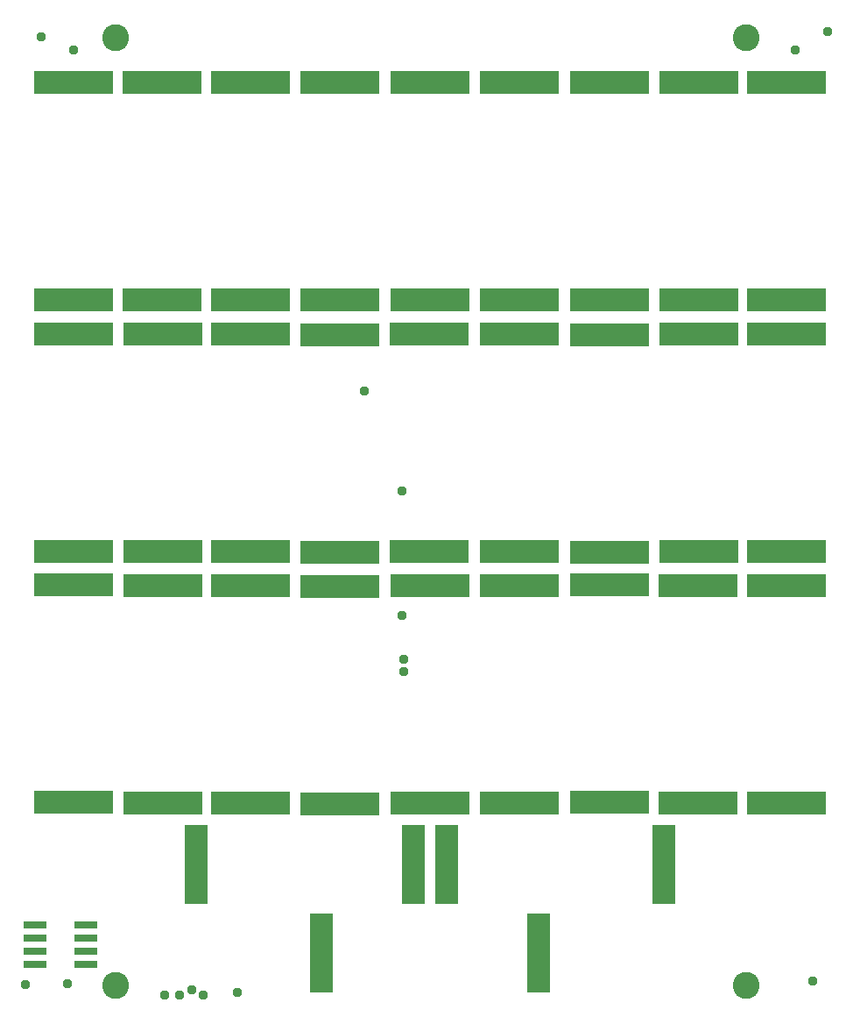
<source format=gbr>
G04 EAGLE Gerber RS-274X export*
G75*
%MOMM*%
%FSLAX34Y34*%
%LPD*%
%INSoldermask Top*%
%IPPOS*%
%AMOC8*
5,1,8,0,0,1.08239X$1,22.5*%
G01*
%ADD10C,2.603200*%
%ADD11R,2.184400X0.762000*%
%ADD12R,7.693200X2.163200*%
%ADD13R,2.163200X7.693200*%
%ADD14C,0.959600*%


D10*
X107100Y940500D03*
X717100Y940500D03*
X107100Y24500D03*
X717100Y24500D03*
D11*
X78638Y44950D03*
X78638Y57650D03*
X78638Y70350D03*
X78638Y83050D03*
X29362Y83050D03*
X29362Y70350D03*
X29362Y57650D03*
X29362Y44950D03*
D12*
X67000Y897000D03*
X67000Y687000D03*
X152000Y687000D03*
X152000Y897000D03*
X238000Y897000D03*
X238000Y687000D03*
X324000Y687000D03*
X324000Y897000D03*
X411000Y897000D03*
X411000Y687000D03*
X498000Y687000D03*
X498000Y897000D03*
X585000Y897000D03*
X585000Y687000D03*
X671000Y687000D03*
X671000Y897000D03*
X756000Y897000D03*
X756000Y687000D03*
X756000Y654000D03*
X756000Y444000D03*
X671000Y444000D03*
X671000Y654000D03*
X585000Y653000D03*
X585000Y443000D03*
X498000Y444000D03*
X498000Y654000D03*
X410000Y654000D03*
X410000Y444000D03*
X324000Y443000D03*
X324000Y653000D03*
X238000Y654000D03*
X238000Y444000D03*
X153000Y444000D03*
X153000Y654000D03*
X67000Y654000D03*
X67000Y444000D03*
X67000Y412000D03*
X67000Y202000D03*
X153000Y201000D03*
X153000Y411000D03*
X238000Y411000D03*
X238000Y201000D03*
X324000Y200000D03*
X324000Y410000D03*
X411000Y411000D03*
X411000Y201000D03*
X498000Y201000D03*
X498000Y411000D03*
X585000Y412000D03*
X585000Y202000D03*
X670000Y201000D03*
X670000Y411000D03*
X756000Y411000D03*
X756000Y201000D03*
D13*
X185000Y142000D03*
X395000Y142000D03*
X306000Y56000D03*
X516000Y56000D03*
X427000Y142000D03*
X637000Y142000D03*
D14*
X155000Y16000D03*
X169000Y16000D03*
X386000Y328000D03*
X386000Y340000D03*
X192000Y16000D03*
X225000Y18000D03*
X181000Y21000D03*
X348000Y599000D03*
X781000Y29000D03*
X796000Y946000D03*
X35000Y941000D03*
X384000Y382000D03*
X384000Y502000D03*
X67000Y928000D03*
X764000Y928000D03*
X20000Y26000D03*
X61000Y27000D03*
M02*

</source>
